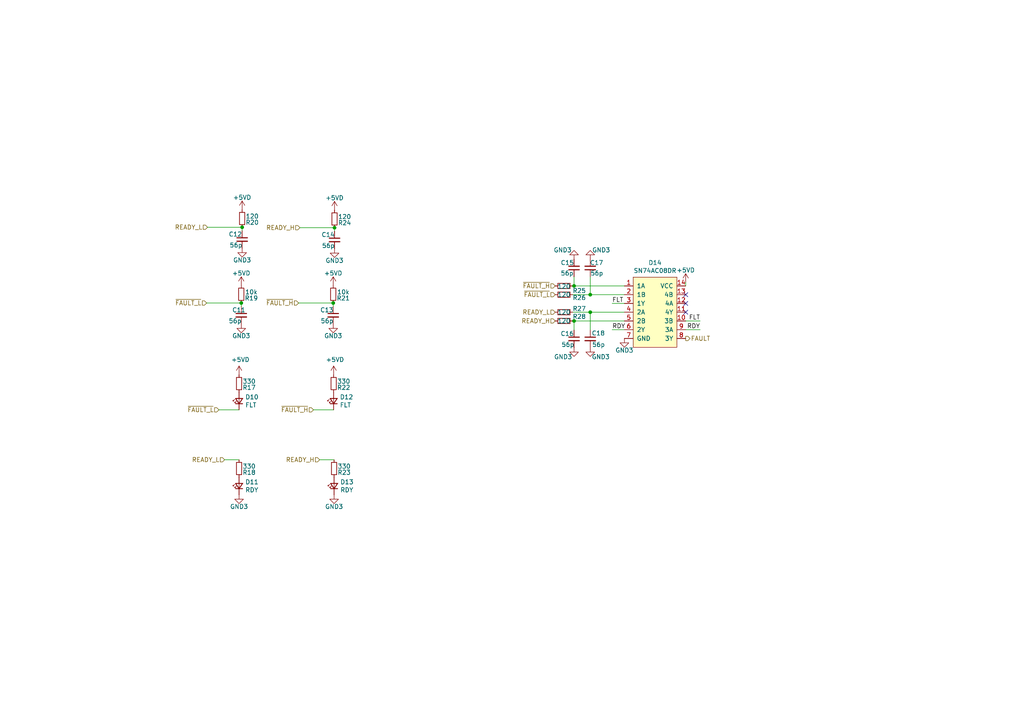
<source format=kicad_sch>
(kicad_sch (version 20211123) (generator eeschema)
  (paper "A4")
  (lib_symbols
    (symbol "Device:C_Small" (pin_numbers hide) (pin_names (offset 0.254) hide)
      (property "Reference" "C" (at 0.254 1.778 0))
      (property "Value" "C_Small" (at 0.254 -2.032 0))
      (symbol "C_Small_0_1"
        (polyline (pts (xy -1.524 -0.508) (xy 1.524 -0.508)) (stroke (width 0.3302)))
        (polyline (pts (xy -1.524 0.508) (xy 1.524 0.508)) (stroke (width 0.3048)))
      )
      (symbol "C_Small_1_1"
        (pin passive line (at 0 2.54 270) (length 2.032) (name "~") (number "1"))
        (pin passive line (at 0 -2.54 90) (length 2.032) (name "~") (number "2"))
      )
    )
    (symbol "Device:LED_Small" (pin_numbers hide) (pin_names (offset 0.254) hide)
      (property "Reference" "D" (at -1.27 3.175 0))
      (property "Value" "LED_Small" (at -4.445 -2.54 0))
      (symbol "LED_Small_0_1"
        (polyline (pts (xy -0.762 -1.016) (xy -0.762 1.016)) (stroke (width 0.254)))
        (polyline (pts (xy 1.016 0) (xy -0.762 0)))
        (polyline (pts (xy 0.762 -1.016) (xy -0.762 0) (xy 0.762 1.016) (xy 0.762 -1.016)) (stroke (width 0.254)))
        (polyline (pts (xy 0 0.762) (xy -0.508 1.27) (xy -0.254 1.27) (xy -0.508 1.27) (xy -0.508 1.016)))
        (polyline (pts (xy 0.508 1.27) (xy 0 1.778) (xy 0.254 1.778) (xy 0 1.778) (xy 0 1.524)))
      )
      (symbol "LED_Small_1_1"
        (pin passive line (at -2.54 0 0) (length 1.778) (name "K") (number "1"))
        (pin passive line (at 2.54 0 180) (length 1.778) (name "A") (number "2"))
      )
    )
    (symbol "Device:R_Small" (pin_numbers hide) (pin_names (offset 0.254) hide)
      (property "Reference" "R" (at 0.762 0.508 0))
      (property "Value" "R_Small" (at 0.762 -1.016 0))
      (symbol "R_Small_0_1"
        (rectangle (start -0.762 1.778) (end 0.762 -1.778) (stroke (width 0.2032)))
      )
      (symbol "R_Small_1_1"
        (pin passive line (at 0 2.54 270) (length 0.762) (name "~") (number "1"))
        (pin passive line (at 0 -2.54 90) (length 0.762) (name "~") (number "2"))
      )
    )
    (symbol "Logic:SN74AC08DR" (pin_names (offset 1.016))
      (property "Reference" "D" (at 0 0 0))
      (property "Value" "Logic_SN74AC08DR" (at 0 -2.54 0))
      (symbol "SN74AC08DR_0_1"
        (rectangle (start -6.35 -3.81) (end 6.35 -24.13) (fill (type background)))
      )
      (symbol "SN74AC08DR_1_1"
        (pin input line (at -8.89 -6.35 0) (length 2.54) (name "1A") (number "1"))
        (pin input line (at 8.89 -16.51 180) (length 2.54) (name "3B") (number "10"))
        (pin output line (at 8.89 -13.97 180) (length 2.54) (name "4Y") (number "11"))
        (pin input line (at 8.89 -11.43 180) (length 2.54) (name "4A") (number "12"))
        (pin input line (at 8.89 -8.89 180) (length 2.54) (name "4B") (number "13"))
        (pin input line (at 8.89 -6.35 180) (length 2.54) (name "VCC") (number "14"))
        (pin input line (at -8.89 -8.89 0) (length 2.54) (name "1B") (number "2"))
        (pin output line (at -8.89 -11.43 0) (length 2.54) (name "1Y") (number "3"))
        (pin input line (at -8.89 -13.97 0) (length 2.54) (name "2A") (number "4"))
        (pin input line (at -8.89 -16.51 0) (length 2.54) (name "2B") (number "5"))
        (pin output line (at -8.89 -19.05 0) (length 2.54) (name "2Y") (number "6"))
        (pin input line (at -8.89 -21.59 0) (length 2.54) (name "GND") (number "7"))
        (pin output line (at 8.89 -21.59 180) (length 2.54) (name "3Y") (number "8"))
        (pin input line (at 8.89 -19.05 180) (length 2.54) (name "3A") (number "9"))
      )
    )
    (symbol "power:+5VD" (power) (pin_names (offset 0))
      (property "Value" "+5VD" (at 0 3.556 0))
      (symbol "+5VD_0_1"
        (polyline (pts (xy -0.762 1.27) (xy 0 2.54)))
        (polyline (pts (xy 0 0) (xy 0 2.54)))
        (polyline (pts (xy 0 2.54) (xy 0.762 1.27)))
      )
      (symbol "+5VD_1_1"
        (pin power_in line (at 0 0 90) (length 0) hide (name "+5VD") (number "1"))
      )
    )
    (symbol "power:GND3" (power) (pin_names (offset 0))
      (property "Value" "GND3" (at 0 -3.81 0))
      (symbol "GND3_0_1"
        (polyline (pts (xy 0 0) (xy 0 -1.27) (xy 1.27 -1.27) (xy 0 -2.54) (xy -1.27 -1.27) (xy 0 -1.27)))
      )
      (symbol "GND3_1_1"
        (pin power_in line (at 0 0 270) (length 0) hide (name "GND3") (number "1"))
      )
    )
  )
  (junction (at 166.497 82.931))
  (junction (at 70.231 65.913))
  (junction (at 171.196 85.471))
  (junction (at 166.497 93.091))
  (junction (at 69.977 87.884))
  (junction (at 171.196 90.551))
  (junction (at 97.028 66.04))
  (junction (at 96.647 87.884))
  (no_connect (at 198.882 85.471))
  (no_connect (at 198.882 90.551))
  (no_connect (at 198.882 88.011))
  (wire (pts (xy 86.995 66.04) (xy 97.028 66.04)))
  (wire (pts (xy 63.5 118.872) (xy 69.342 118.872)))
  (wire (pts (xy 70.231 66.929) (xy 70.231 65.913)))
  (wire (pts (xy 90.932 118.872) (xy 96.774 118.872)))
  (wire (pts (xy 198.882 82.931) (xy 198.882 81.915)))
  (wire (pts (xy 171.196 95.758) (xy 171.196 90.551)))
  (wire (pts (xy 86.614 87.884) (xy 96.647 87.884)))
  (wire (pts (xy 65.151 133.35) (xy 69.342 133.35)))
  (wire (pts (xy 171.196 90.551) (xy 181.102 90.551)))
  (wire (pts (xy 166.116 90.551) (xy 171.196 90.551)))
  (wire (pts (xy 203.073 95.631) (xy 198.882 95.631)))
  (wire (pts (xy 177.546 95.631) (xy 181.102 95.631)))
  (wire (pts (xy 177.546 88.011) (xy 181.102 88.011)))
  (wire (pts (xy 166.116 82.931) (xy 166.497 82.931)))
  (wire (pts (xy 166.497 93.091) (xy 181.102 93.091)))
  (wire (pts (xy 96.647 88.9) (xy 96.647 87.884)))
  (wire (pts (xy 203.073 93.091) (xy 198.882 93.091)))
  (wire (pts (xy 92.71 133.35) (xy 96.901 133.35)))
  (wire (pts (xy 69.977 88.9) (xy 69.977 87.884)))
  (wire (pts (xy 97.028 67.056) (xy 97.028 66.04)))
  (wire (pts (xy 166.116 93.091) (xy 166.497 93.091)))
  (wire (pts (xy 166.497 82.931) (xy 181.102 82.931)))
  (wire (pts (xy 166.497 80.264) (xy 166.497 82.931)))
  (wire (pts (xy 60.198 65.913) (xy 70.231 65.913)))
  (wire (pts (xy 171.196 80.264) (xy 171.196 85.471)))
  (wire (pts (xy 171.196 85.471) (xy 181.102 85.471)))
  (wire (pts (xy 166.116 85.471) (xy 171.196 85.471)))
  (wire (pts (xy 166.497 95.758) (xy 166.497 93.091)))
  (wire (pts (xy 59.944 87.884) (xy 69.977 87.884)))
  (label "FLT" (at 177.546 88.011 0))
  (label "RDY" (at 203.073 95.631 180))
  (label "RDY" (at 177.546 95.631 0))
  (label "FLT" (at 203.073 93.091 180))
  (hierarchical_label "READY_L" (shape input) (at 161.036 90.551 180))
  (hierarchical_label "READY_H" (shape input) (at 86.995 66.04 180))
  (hierarchical_label "~{FAULT_L}" (shape input) (at 63.5 118.872 180))
  (hierarchical_label "READY_H" (shape input) (at 161.036 93.091 180))
  (hierarchical_label "FAULT" (shape output) (at 198.882 98.171 0))
  (hierarchical_label "~{FAULT_L}" (shape input) (at 161.036 85.471 180))
  (hierarchical_label "~{FAULT_H}" (shape input) (at 86.614 87.884 180))
  (hierarchical_label "~{FAULT_H}" (shape input) (at 161.036 82.931 180))
  (hierarchical_label "~{FAULT_H}" (shape input) (at 90.932 118.872 180))
  (hierarchical_label "READY_L" (shape input) (at 60.198 65.913 180))
  (hierarchical_label "~{FAULT_L}" (shape input) (at 59.944 87.884 180))
  (hierarchical_label "READY_H" (shape input) (at 92.71 133.35 180))
  (hierarchical_label "READY_L" (shape input) (at 65.151 133.35 180))
  (symbol (lib_id "power:GND3") (at 166.497 75.184 180) (unit 1)
    (property "Reference" "#PWR041" (effects hide))
    (property "Value" "GND3" (at 163.195 72.517 0))
  )
  (symbol (lib_id "Logic:SN74AC08DR") (at 189.992 76.581 0) (unit 1)
    (property "Reference" "D14" (at 189.992 76.2 0))
    (property "Value" "SN74AC08DR" (at 189.992 78.5114 0))
    (property "Footprint" "Package_SO:SOIC-14_3.9x8.7mm_P1.27mm" (effects hide))
  )
  (symbol (lib_id "Device:LED_Small") (at 96.901 140.97 90) (unit 1)
    (property "Reference" "D13" (at 98.679 139.8016 90) (effects (justify right)))
    (property "Value" "RDY" (at 98.679 142.113 90) (effects (justify right)))
    (property "Footprint" "LED_SMD:LED_0805_2012Metric_Pad1.15x1.40mm_HandSolder" (effects hide))
  )
  (symbol (lib_id "Device:R_Small") (at 163.576 85.471 270) (unit 1)
    (property "Reference" "R26" (at 168.021 86.36 90))
    (property "Value" "120" (at 163.576 85.471 90))
    (property "Footprint" "Resistor_SMD:R_0805_2012Metric_Pad1.20x1.40mm_HandSolder" (effects hide))
  )
  (symbol (lib_id "Device:R_Small") (at 163.576 90.551 270) (unit 1)
    (property "Reference" "R27" (at 168.021 89.535 90))
    (property "Value" "120" (at 163.576 90.551 90))
    (property "Footprint" "Resistor_SMD:R_0805_2012Metric_Pad1.20x1.40mm_HandSolder" (effects hide))
  )
  (symbol (lib_id "power:GND3") (at 70.231 72.009 0) (unit 1)
    (property "Reference" "#PWR034" (effects hide))
    (property "Value" "GND3" (at 70.231 75.438 0))
  )
  (symbol (lib_id "Device:LED_Small") (at 96.774 116.332 90) (unit 1)
    (property "Reference" "D12" (at 98.552 115.1636 90) (effects (justify right)))
    (property "Value" "FLT" (at 98.552 117.475 90) (effects (justify right)))
    (property "Footprint" "LED_SMD:LED_0805_2012Metric_Pad1.15x1.40mm_HandSolder" (effects hide))
  )
  (symbol (lib_id "Device:C_Small") (at 166.497 98.298 0) (unit 1)
    (property "Reference" "C16" (at 162.56 96.774 0) (effects (justify left)))
    (property "Value" "56p" (at 162.814 99.949 0) (effects (justify left)))
    (property "Footprint" "Capacitor_SMD:C_0805_2012Metric_Pad1.18x1.45mm_HandSolder" (effects hide))
  )
  (symbol (lib_id "power:GND3") (at 171.196 100.838 0) (unit 1)
    (property "Reference" "#PWR044" (effects hide))
    (property "Value" "GND3" (at 174.244 103.505 0))
  )
  (symbol (lib_id "Device:C_Small") (at 97.028 69.596 0) (unit 1)
    (property "Reference" "C14" (at 93.218 68.072 0) (effects (justify left)))
    (property "Value" "56p" (at 93.345 71.247 0) (effects (justify left)))
    (property "Footprint" "Capacitor_SMD:C_0805_2012Metric_Pad1.18x1.45mm_HandSolder" (effects hide))
  )
  (symbol (lib_id "power:+5VD") (at 96.774 108.712 0) (unit 1)
    (property "Reference" "#PWR037" (effects hide))
    (property "Value" "+5VD" (at 97.155 104.3178 0))
  )
  (symbol (lib_id "power:+5VD") (at 69.977 82.804 0) (unit 1)
    (property "Reference" "#PWR031" (effects hide))
    (property "Value" "+5VD" (at 69.977 79.248 0))
  )
  (symbol (lib_id "Device:C_Small") (at 70.231 69.469 0) (unit 1)
    (property "Reference" "C12" (at 66.294 67.945 0) (effects (justify left)))
    (property "Value" "56p" (at 66.548 71.12 0) (effects (justify left)))
    (property "Footprint" "Capacitor_SMD:C_0805_2012Metric_Pad1.18x1.45mm_HandSolder" (effects hide))
  )
  (symbol (lib_id "Device:R_Small") (at 96.774 111.252 180) (unit 1)
    (property "Reference" "R22" (at 99.695 112.395 0))
    (property "Value" "330" (at 99.695 110.617 0))
    (property "Footprint" "Resistor_SMD:R_0805_2012Metric_Pad1.20x1.40mm_HandSolder" (effects hide))
  )
  (symbol (lib_id "Device:R_Small") (at 97.028 63.5 180) (unit 1)
    (property "Reference" "R24" (at 99.949 64.643 0))
    (property "Value" "120" (at 99.949 62.865 0))
    (property "Footprint" "Resistor_SMD:R_0805_2012Metric_Pad1.20x1.40mm_HandSolder" (effects hide))
  )
  (symbol (lib_id "power:GND3") (at 69.977 93.98 0) (unit 1)
    (property "Reference" "#PWR032" (effects hide))
    (property "Value" "GND3" (at 69.977 97.409 0))
  )
  (symbol (lib_id "Device:C_Small") (at 69.977 91.44 0) (unit 1)
    (property "Reference" "C11" (at 67.31 89.916 0) (effects (justify left)))
    (property "Value" "56p" (at 66.294 93.091 0) (effects (justify left)))
    (property "Footprint" "Capacitor_SMD:C_0805_2012Metric_Pad1.18x1.45mm_HandSolder" (effects hide))
  )
  (symbol (lib_id "power:GND3") (at 69.342 143.51 0) (unit 1)
    (property "Reference" "#PWR030" (effects hide))
    (property "Value" "GND3" (at 69.342 146.939 0))
  )
  (symbol (lib_id "power:+5VD") (at 69.342 108.712 0) (unit 1)
    (property "Reference" "#PWR029" (effects hide))
    (property "Value" "+5VD" (at 69.723 104.3178 0))
  )
  (symbol (lib_id "power:GND3") (at 96.647 93.98 0) (unit 1)
    (property "Reference" "#PWR036" (effects hide))
    (property "Value" "GND3" (at 96.647 97.409 0))
  )
  (symbol (lib_id "power:GND3") (at 181.102 98.171 0) (unit 1)
    (property "Reference" "#PWR045" (effects hide))
    (property "Value" "GND3" (at 181.102 101.6 0))
  )
  (symbol (lib_id "Device:R_Small") (at 163.576 93.091 270) (unit 1)
    (property "Reference" "R28" (at 168.021 91.821 90))
    (property "Value" "120" (at 163.576 93.091 90))
    (property "Footprint" "Resistor_SMD:R_0805_2012Metric_Pad1.20x1.40mm_HandSolder" (effects hide))
  )
  (symbol (lib_id "Device:R_Small") (at 69.342 135.89 180) (unit 1)
    (property "Reference" "R18" (at 72.263 137.033 0))
    (property "Value" "330" (at 72.263 135.255 0))
    (property "Footprint" "Resistor_SMD:R_0805_2012Metric_Pad1.20x1.40mm_HandSolder" (effects hide))
  )
  (symbol (lib_id "Device:C_Small") (at 166.497 77.724 180) (unit 1)
    (property "Reference" "C15" (at 166.497 76.2 0) (effects (justify left)))
    (property "Value" "56p" (at 166.37 79.248 0) (effects (justify left)))
    (property "Footprint" "Capacitor_SMD:C_0805_2012Metric_Pad1.18x1.45mm_HandSolder" (effects hide))
  )
  (symbol (lib_id "power:GND3") (at 97.028 72.136 0) (unit 1)
    (property "Reference" "#PWR040" (effects hide))
    (property "Value" "GND3" (at 97.028 75.565 0))
  )
  (symbol (lib_id "Device:C_Small") (at 96.647 91.44 0) (unit 1)
    (property "Reference" "C13" (at 92.837 89.916 0) (effects (justify left)))
    (property "Value" "56p" (at 92.964 93.091 0) (effects (justify left)))
    (property "Footprint" "Capacitor_SMD:C_0805_2012Metric_Pad1.18x1.45mm_HandSolder" (effects hide))
  )
  (symbol (lib_id "Device:R_Small") (at 69.342 111.252 180) (unit 1)
    (property "Reference" "R17" (at 72.263 112.395 0))
    (property "Value" "330" (at 72.263 110.617 0))
    (property "Footprint" "Resistor_SMD:R_0805_2012Metric_Pad1.20x1.40mm_HandSolder" (effects hide))
  )
  (symbol (lib_id "Device:C_Small") (at 171.196 77.724 180) (unit 1)
    (property "Reference" "C17" (at 175.006 76.2 0) (effects (justify left)))
    (property "Value" "56p" (at 175.006 79.248 0) (effects (justify left)))
    (property "Footprint" "Capacitor_SMD:C_0805_2012Metric_Pad1.18x1.45mm_HandSolder" (effects hide))
  )
  (symbol (lib_id "power:GND3") (at 166.497 100.838 0) (unit 1)
    (property "Reference" "#PWR042" (effects hide))
    (property "Value" "GND3" (at 163.322 103.505 0))
  )
  (symbol (lib_id "Device:LED_Small") (at 69.342 140.97 90) (unit 1)
    (property "Reference" "D11" (at 71.12 139.8016 90) (effects (justify right)))
    (property "Value" "RDY" (at 71.12 142.113 90) (effects (justify right)))
    (property "Footprint" "LED_SMD:LED_0805_2012Metric_Pad1.15x1.40mm_HandSolder" (effects hide))
  )
  (symbol (lib_id "power:GND3") (at 171.196 75.184 180) (unit 1)
    (property "Reference" "#PWR043" (effects hide))
    (property "Value" "GND3" (at 174.371 72.517 0))
  )
  (symbol (lib_id "Device:R_Small") (at 163.576 82.931 270) (unit 1)
    (property "Reference" "R25" (at 168.021 84.328 90))
    (property "Value" "120" (at 163.576 83.058 90))
    (property "Footprint" "Resistor_SMD:R_0805_2012Metric_Pad1.20x1.40mm_HandSolder" (effects hide))
  )
  (symbol (lib_id "power:+5VD") (at 198.882 81.915 0) (unit 1)
    (property "Reference" "#PWR046" (effects hide))
    (property "Value" "+5VD" (at 198.882 78.359 0))
  )
  (symbol (lib_id "Device:LED_Small") (at 69.342 116.332 90) (unit 1)
    (property "Reference" "D10" (at 71.12 115.1636 90) (effects (justify right)))
    (property "Value" "FLT" (at 71.12 117.475 90) (effects (justify right)))
    (property "Footprint" "LED_SMD:LED_0805_2012Metric_Pad1.15x1.40mm_HandSolder" (effects hide))
  )
  (symbol (lib_id "Device:R_Small") (at 96.901 135.89 180) (unit 1)
    (property "Reference" "R23" (at 99.822 137.033 0))
    (property "Value" "330" (at 99.822 135.255 0))
    (property "Footprint" "Resistor_SMD:R_0805_2012Metric_Pad1.20x1.40mm_HandSolder" (effects hide))
  )
  (symbol (lib_id "power:+5VD") (at 70.231 60.833 0) (unit 1)
    (property "Reference" "#PWR033" (effects hide))
    (property "Value" "+5VD" (at 70.231 57.277 0))
  )
  (symbol (lib_id "Device:R_Small") (at 70.231 63.373 180) (unit 1)
    (property "Reference" "R20" (at 73.152 64.516 0))
    (property "Value" "120" (at 73.152 62.738 0))
    (property "Footprint" "Resistor_SMD:R_0805_2012Metric_Pad1.20x1.40mm_HandSolder" (effects hide))
  )
  (symbol (lib_id "Device:R_Small") (at 69.977 85.344 180) (unit 1)
    (property "Reference" "R19" (at 72.898 86.487 0))
    (property "Value" "10k" (at 72.898 84.709 0))
    (property "Footprint" "Resistor_SMD:R_0805_2012Metric_Pad1.20x1.40mm_HandSolder" (effects hide))
  )
  (symbol (lib_id "power:GND3") (at 96.901 143.51 0) (unit 1)
    (property "Reference" "#PWR038" (effects hide))
    (property "Value" "GND3" (at 96.901 146.939 0))
  )
  (symbol (lib_id "power:+5VD") (at 96.647 82.804 0) (unit 1)
    (property "Reference" "#PWR035" (effects hide))
    (property "Value" "+5VD" (at 96.647 79.248 0))
  )
  (symbol (lib_id "Device:C_Small") (at 171.196 98.298 0) (unit 1)
    (property "Reference" "C18" (at 171.577 96.647 0) (effects (justify left)))
    (property "Value" "56p" (at 171.704 99.949 0) (effects (justify left)))
    (property "Footprint" "Capacitor_SMD:C_0805_2012Metric_Pad1.18x1.45mm_HandSolder" (effects hide))
  )
  (symbol (lib_id "Device:R_Small") (at 96.647 85.344 180) (unit 1)
    (property "Reference" "R21" (at 99.568 86.487 0))
    (property "Value" "10k" (at 99.568 84.709 0))
    (property "Footprint" "Resistor_SMD:R_0805_2012Metric_Pad1.20x1.40mm_HandSolder" (effects hide))
  )
  (symbol (lib_id "power:+5VD") (at 97.028 60.96 0) (unit 1)
    (property "Reference" "#PWR039" (effects hide))
    (property "Value" "+5VD" (at 97.028 57.404 0))
  )
)
</source>
